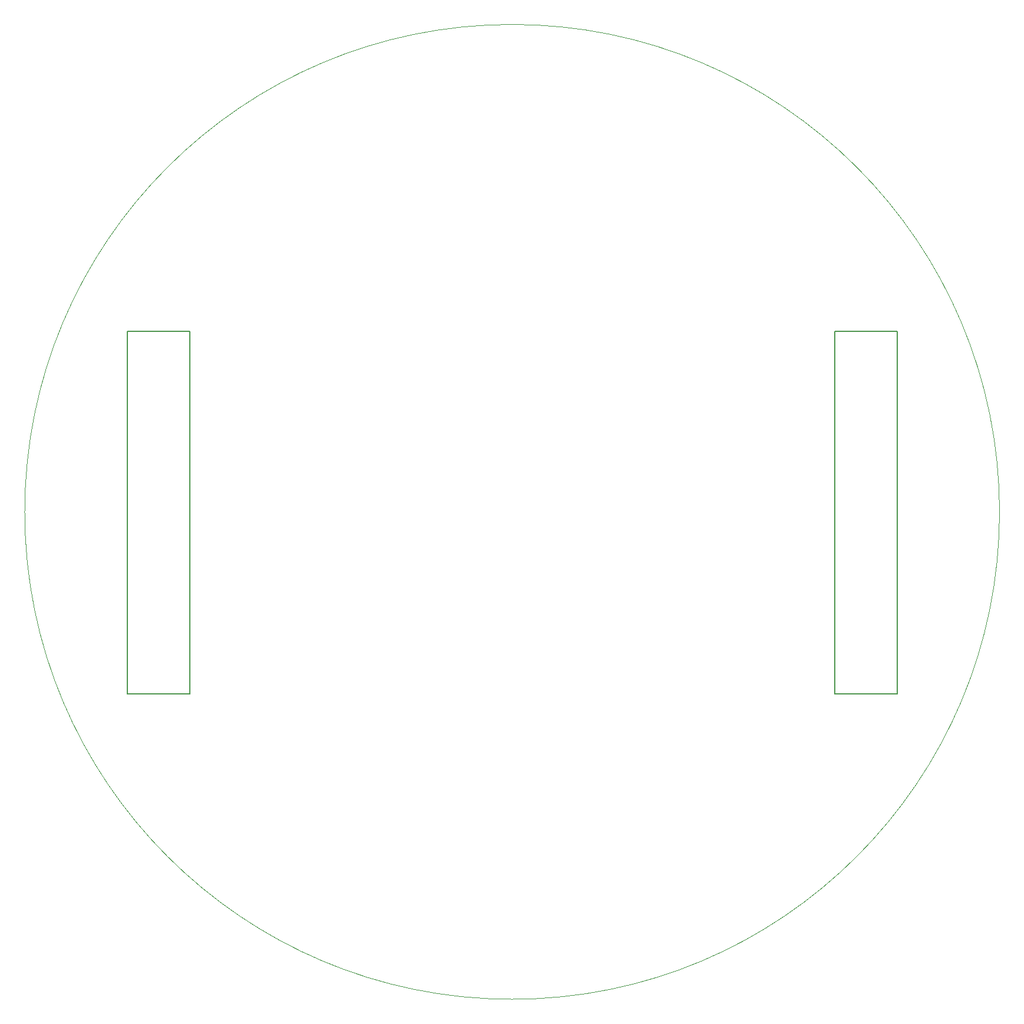
<source format=gm1>
%TF.GenerationSoftware,KiCad,Pcbnew,(6.0.7)*%
%TF.CreationDate,2022-09-06T19:29:11+02:00*%
%TF.ProjectId,BattleBits_V4,42617474-6c65-4426-9974-735f56342e6b,rev?*%
%TF.SameCoordinates,Original*%
%TF.FileFunction,Profile,NP*%
%FSLAX46Y46*%
G04 Gerber Fmt 4.6, Leading zero omitted, Abs format (unit mm)*
G04 Created by KiCad (PCBNEW (6.0.7)) date 2022-09-06 19:29:11*
%MOMM*%
%LPD*%
G01*
G04 APERTURE LIST*
%TA.AperFunction,Profile*%
%ADD10C,0.100000*%
%TD*%
%TA.AperFunction,Profile*%
%ADD11C,0.127000*%
%TD*%
G04 APERTURE END LIST*
D10*
X218490000Y-104990000D02*
G75*
G03*
X218490000Y-104990000I-70000000J0D01*
G01*
D11*
%TO.C,U$1*%
X203791100Y-79093600D02*
X203791100Y-131093600D01*
X203791100Y-131093600D02*
X194791100Y-131093600D01*
X194791100Y-131093600D02*
X194791100Y-79093600D01*
X203791100Y-79093600D02*
X194791100Y-79093600D01*
%TO.C,U$2*%
X93211100Y-79093600D02*
X93211100Y-131093600D01*
X102211100Y-131093600D02*
X102211100Y-79093600D01*
X93211100Y-79093600D02*
X102211100Y-79093600D01*
X93211100Y-131093600D02*
X102211100Y-131093600D01*
%TD*%
M02*

</source>
